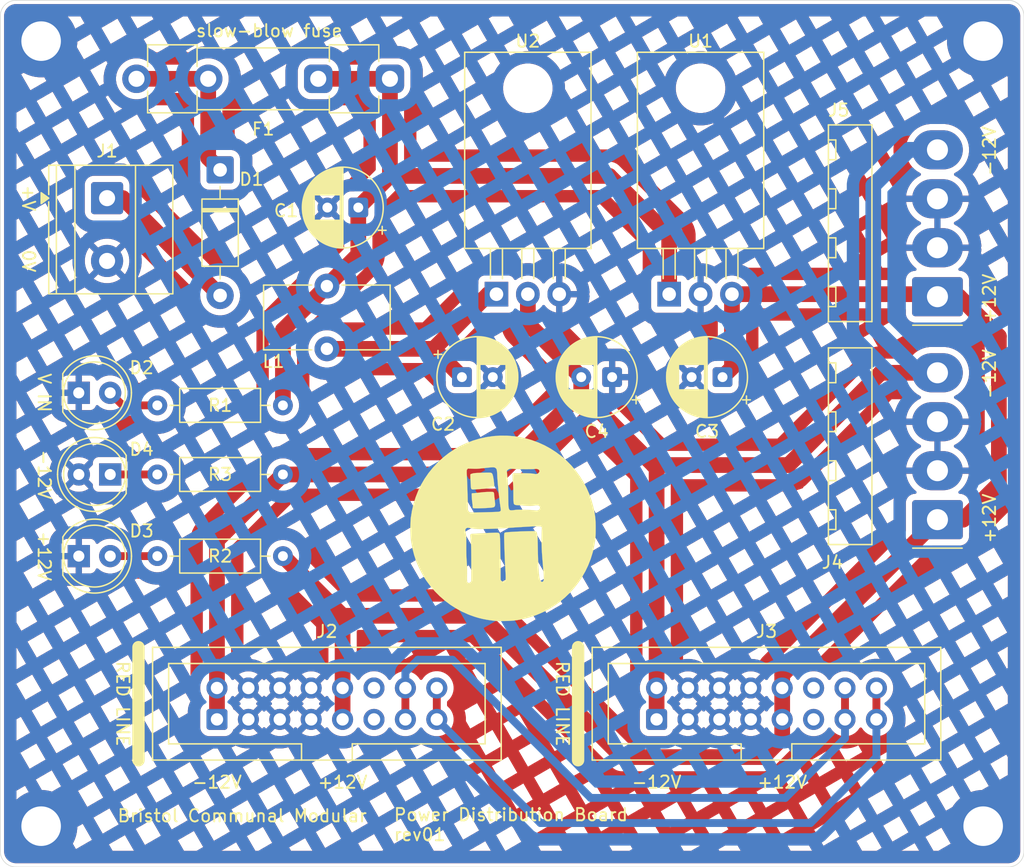
<source format=kicad_pcb>
(kicad_pcb (version 20241229) (generator "pcbnew") (generator_version "9.0")
  (title_block (title "Power Distribution Board") (date "2025-08-01") (rev "rev01") (company "Bristol Communal Modular") (comment 2 "creativecommons.org/licenses/by/4.0") (comment 3 "License: CC BY 4.0") (comment 4 "Author: Guy John"))
  (layers (0 "F.Cu" signal) (2 "B.Cu" signal) (5 "F.SilkS" user "F.Silkscreen") (7 "B.SilkS" user "B.Silkscreen") (1 "F.Mask" user) (3 "B.Mask" user) (25 "Edge.Cuts" user))
  (net 0 "")
  (net 1 "GND")
  (net 2 "VCC")
  (net 3 "/power_filtered")
  (net 4 "+12V")
  (net 5 "-12V")
  (net 6 "/power_in_diode")
  (net 7 "/power_in_raw")
  (net 8 "Net-(D2-A)")
  (net 9 "Net-(D3-A)")
  (net 10 "/eurorack_gate_bus")
  (net 12 "/eurorack_cv_bus")
  (net 16 "Net-(D4-K)")
  (footprint "Resistor_THT:R_Axial_DIN0207_L6.3mm_D2.5mm_P10.16mm_Horizontal" (layer "F.Cu") (at 72.898 98.552)
    (property "Reference" "R3" (at 5.08 0 0) (layer "F.SilkS"))
    (property "Value" "10k")
    (pad "1" thru_hole circle (at 0 0) (size 1.6 1.6) (drill 0.8) (layers "*.Cu" "*.Mask") (net 16 "Net-(D4-K)"))
    (pad "2" thru_hole circle (at 10.16 0) (size 1.6 1.6) (drill 0.8) (layers "*.Cu" "*.Mask") (net 5 "-12V"))
  )
  (footprint "Fuse:Fuseholder_Clip-5x20mm_Littelfuse_520_Inline_P20.50x5.80mm_D1.30mm_Horizontal" (layer "F.Cu") (at 91.714 66.548 180)
    (property "Reference" "F1" (at 10.25 -4.064 180) (layer "F.SilkS"))
    (property "Value" "Fuse")
    (pad "1" thru_hole roundrect (at 0 0 180) (size 2.3 2.3) (drill 1.3) (layers "*.Cu" "*.Mask") (net 2 "VCC"))
    (pad "1" thru_hole roundrect (at 5.8 0 180) (size 2.3 2.3) (drill 1.3) (layers "*.Cu" "*.Mask") (net 2 "VCC"))
    (pad "2" thru_hole circle (at 14.7 0 180) (size 2.3 2.3) (drill 1.3) (layers "*.Cu" "*.Mask") (net 6 "/power_in_diode"))
    (pad "2" thru_hole circle (at 20.5 0 180) (size 2.3 2.3) (drill 1.3) (layers "*.Cu" "*.Mask") (net 6 "/power_in_diode"))
  )
  (footprint "TerminalBlock_Phoenix:TerminalBlock_Phoenix_MKDS-1,5-2-5.08_1x02_P5.08mm_Horizontal" (layer "F.Cu") (at 68.834 76.2 -90)
    (property "Reference" "J1" (at -3.81 0 180) (layer "F.SilkS"))
    (property "Value" "Screw_Terminal_01x02" (hide yes))
    (pad "1" thru_hole roundrect (at 0 0 270) (size 2.6 2.6) (drill 1.3) (layers "*.Cu" "*.Mask") (roundrect_rratio 0.096154) (net 7 "/power_in_raw"))
    (pad "2" thru_hole circle (at 5.08 0 270) (size 2.6 2.6) (drill 1.3) (layers "*.Cu" "*.Mask") (net 1 "GND"))
  )
  (footprint "LED_THT:LED_D5.0mm" (layer "F.Cu") (at 66.548 105.156)
    (property "Reference" "D3" (at 5.08 -2.032 0) (layer "F.SilkS"))
    (property "Value" "LED" (hide yes))
    (pad "1" thru_hole rect (at 0 0) (size 1.8 1.8) (drill 0.9) (layers "*.Cu" "*.Mask") (net 1 "GND"))
    (pad "2" thru_hole circle (at 2.54 0) (size 1.8 1.8) (drill 0.9) (layers "*.Cu" "*.Mask") (net 9 "Net-(D3-A)"))
  )
  (footprint "Resistor_THT:R_Axial_DIN0207_L6.3mm_D2.5mm_P10.16mm_Horizontal" (layer "F.Cu") (at 83.058 92.964 180)
    (property "Reference" "R1" (at 5.08 0 0) (layer "F.SilkS"))
    (property "Value" "20k")
    (pad "1" thru_hole circle (at 0 0 180) (size 1.6 1.6) (drill 0.8) (layers "*.Cu" "*.Mask") (net 2 "VCC"))
    (pad "2" thru_hole circle (at 10.16 0 180) (size 1.6 1.6) (drill 0.8) (layers "*.Cu" "*.Mask") (net 8 "Net-(D2-A)"))
  )
  (footprint "BCM_Graphics:BCM_Logo_small_15mmx15mm" (layer "F.Cu") (at 100.838 102.87)
    (property "Reference" "Ref**" (hide yes))
    (property "Value" "Val**" (hide yes))
  )
  (footprint "Capacitor_THT:CP_Radial_D6.3mm_P2.50mm" (layer "F.Cu") (at 118.618 90.678 180)
    (property "Reference" "C3" (at 1.25 -4.4 0) (layer "F.SilkS"))
    (property "Value" "22uF")
    (pad "1" thru_hole roundrect (at 0 0 180) (size 1.6 1.6) (drill 0.8) (layers "*.Cu" "*.Mask") (roundrect_rratio 0.15625) (net 4 "+12V"))
    (pad "2" thru_hole circle (at 2.5 0 180) (size 1.6 1.6) (drill 0.8) (layers "*.Cu" "*.Mask") (net 1 "GND"))
  )
  (footprint "Inductor_THT:L_Toroid_Vertical_L10.0mm_W5.0mm_P5.08mm" (layer "F.Cu") (at 86.614 83.312)
    (property "Reference" "L1" (at -4.318 6.096 0) (layer "F.SilkS"))
    (property "Value" "10uH")
    (pad "1" thru_hole circle (at 0 0) (size 2 2) (drill 1) (layers "*.Cu" "*.Mask") (net 2 "VCC"))
    (pad "2" thru_hole circle (at 0 5.08) (size 2 2) (drill 1) (layers "*.Cu" "*.Mask") (net 3 "/power_filtered"))
  )
  (footprint "Connector_Molex:Molex_KK-396_A-41792-0004_1x04_P3.96mm_Horizontal" (layer "F.Cu") (at 136.002 102.206 90)
    (property "Reference" "J4" (at -3.458 -8.494 180) (layer "F.SilkS"))
    (property "Value" "Conn_01x04" (hide yes))
    (pad "1" thru_hole roundrect (at 0 0 90) (size 3.16 4.1) (drill 1.7) (layers "*.Cu" "*.Mask") (roundrect_rratio 0.079114) (net 4 "+12V"))
    (pad "2" thru_hole oval (at 3.96 0 90) (size 3.16 4.1) (drill 1.7) (layers "*.Cu" "*.Mask") (net 1 "GND"))
    (pad "3" thru_hole oval (at 7.92 0 90) (size 3.16 4.1) (drill 1.7) (layers "*.Cu" "*.Mask") (net 1 "GND"))
    (pad "4" thru_hole oval (at 11.88 0 90) (size 3.16 4.1) (drill 1.7) (layers "*.Cu" "*.Mask") (net 5 "-12V"))
  )
  (footprint "Connector_Molex:Molex_KK-396_A-41792-0004_1x04_P3.96mm_Horizontal" (layer "F.Cu") (at 136.002 84.172 90)
    (property "Reference" "J5" (at 15.084 -7.986 180) (layer "F.SilkS"))
    (property "Value" "Conn_01x04" (hide yes))
    (pad "1" thru_hole roundrect (at 0 0 90) (size 3.16 4.1) (drill 1.7) (layers "*.Cu" "*.Mask") (roundrect_rratio 0.079114) (net 4 "+12V"))
    (pad "2" thru_hole oval (at 3.96 0 90) (size 3.16 4.1) (drill 1.7) (layers "*.Cu" "*.Mask") (net 1 "GND"))
    (pad "3" thru_hole oval (at 7.92 0 90) (size 3.16 4.1) (drill 1.7) (layers "*.Cu" "*.Mask") (net 1 "GND"))
    (pad "4" thru_hole oval (at 11.88 0 90) (size 3.16 4.1) (drill 1.7) (layers "*.Cu" "*.Mask") (net 5 "-12V"))
  )
  (footprint "Package_TO_SOT_THT:TO-220-3_Horizontal_TabDown" (layer "F.Cu") (at 114.3 83.97)
    (property "Reference" "U1" (at 2.54 -20.47 0) (layer "F.SilkS"))
    (property "Value" "N7812")
    (pad "" np_thru_hole circle (at 2.54 -16.66) (size 3.5 3.5) (drill 3.5) (layers "*.Cu" "*.Mask"))
    (pad "1" thru_hole rect (at 0 0) (size 1.905 2) (drill 1.1) (layers "*.Cu" "*.Mask") (net 2 "VCC"))
    (pad "2" thru_hole oval (at 2.54 0) (size 1.905 2) (drill 1.1) (layers "*.Cu" "*.Mask") (net 1 "GND"))
    (pad "3" thru_hole oval (at 5.08 0) (size 1.905 2) (drill 1.1) (layers "*.Cu" "*.Mask") (net 4 "+12V"))
  )
  (footprint "Resistor_THT:R_Axial_DIN0207_L6.3mm_D2.5mm_P10.16mm_Horizontal" (layer "F.Cu") (at 83.058 105.156 180)
    (property "Reference" "R2" (at 5.08 0 0) (layer "F.SilkS"))
    (property "Value" "10k")
    (pad "1" thru_hole circle (at 0 0 180) (size 1.6 1.6) (drill 0.8) (layers "*.Cu" "*.Mask") (net 4 "+12V"))
    (pad "2" thru_hole circle (at 10.16 0 180) (size 1.6 1.6) (drill 0.8) (layers "*.Cu" "*.Mask") (net 9 "Net-(D3-A)"))
  )
  (footprint "Capacitor_THT:CP_Radial_D6.3mm_P2.50mm" (layer "F.Cu") (at 97.536 90.678)
    (property "Reference" "C2" (at -1.524 3.81 180) (layer "F.SilkS"))
    (property "Value" "10uF")
    (pad "1" thru_hole roundrect (at 0 0) (size 1.6 1.6) (drill 0.8) (layers "*.Cu" "*.Mask") (roundrect_rratio 0.15625) (net 3 "/power_filtered"))
    (pad "2" thru_hole circle (at 2.5 0) (size 1.6 1.6) (drill 0.8) (layers "*.Cu" "*.Mask") (net 1 "GND"))
  )
  (footprint "Rumblesan_Eurorack_Power:Eurorack_Power_IDC-Header_2x08_P2.54mm_Vertical" (layer "F.Cu") (at 77.724 118.364 90)
    (property "Reference" "J2" (at 7.112 8.89 0) (layer "F.SilkS"))
    (property "Value" "Conn_02x08_Odd_Even" (hide yes))
    (fp_text user "+12V" (at -5.08 10.16 0) (layer "F.SilkS"))
    (fp_text user "RED LINE" (at 1.27 -7.62 270) (layer "F.SilkS"))
    (fp_text user "-12V" (at -5.08 0 0) (layer "F.SilkS"))
    (pad "1" thru_hole roundrect (at 0 0 90) (size 1.7 1.7) (drill 1) (layers "*.Cu" "*.Mask") (roundrect_rratio 0.147059) (net 5 "-12V"))
    (pad "2" thru_hole circle (at 2.54 0 90) (size 1.7 1.7) (drill 1) (layers "*.Cu" "*.Mask") (net 5 "-12V"))
    (pad "3" thru_hole circle (at 0 2.54 90) (size 1.7 1.7) (drill 1) (layers "*.Cu" "*.Mask") (net 1 "GND"))
    (pad "4" thru_hole circle (at 2.54 2.54 90) (size 1.7 1.7) (drill 1) (layers "*.Cu" "*.Mask") (net 1 "GND"))
    (pad "5" thru_hole circle (at 0 5.08 90) (size 1.7 1.7) (drill 1) (layers "*.Cu" "*.Mask") (net 1 "GND"))
    (pad "6" thru_hole circle (at 2.54 5.08 90) (size 1.7 1.7) (drill 1) (layers "*.Cu" "*.Mask") (net 1 "GND"))
    (pad "7" thru_hole circle (at 0 7.62 90) (size 1.7 1.7) (drill 1) (layers "*.Cu" "*.Mask") (net 1 "GND"))
    (pad "8" thru_hole circle (at 2.54 7.62 90) (size 1.7 1.7) (drill 1) (layers "*.Cu" "*.Mask") (net 1 "GND"))
    (pad "9" thru_hole circle (at 0 10.16 90) (size 1.7 1.7) (drill 1) (layers "*.Cu" "*.Mask") (net 4 "+12V"))
    (pad "10" thru_hole circle (at 2.54 10.16 90) (size 1.7 1.7) (drill 1) (layers "*.Cu" "*.Mask") (net 4 "+12V"))
    (pad "11" thru_hole circle (at 0 12.7 90) (size 1.7 1.7) (drill 1) (layers "*.Cu" "*.Mask"))
    (pad "12" thru_hole circle (at 2.54 12.7 90) (size 1.7 1.7) (drill 1) (layers "*.Cu" "*.Mask"))
    (pad "13" thru_hole circle (at 0 15.24 90) (size 1.7 1.7) (drill 1) (layers "*.Cu" "*.Mask") (net 12 "/eurorack_cv_bus"))
    (pad "14" thru_hole circle (at 2.54 15.24 90) (size 1.7 1.7) (drill 1) (layers "*.Cu" "*.Mask") (net 12 "/eurorack_cv_bus"))
    (pad "15" thru_hole circle (at 0 17.78 90) (size 1.7 1.7) (drill 1) (layers "*.Cu" "*.Mask") (net 10 "/eurorack_gate_bus"))
    (pad "16" thru_hole circle (at 2.54 17.78 90) (size 1.7 1.7) (drill 1) (layers "*.Cu" "*.Mask") (net 10 "/eurorack_gate_bus"))
  )
  (footprint "Capacitor_THT:CP_Radial_D6.3mm_P2.50mm" (layer "F.Cu") (at 109.688 90.678 180)
    (property "Reference" "C4" (at 1.25 -4.4 0) (layer "F.SilkS"))
    (property "Value" "22uF")
    (pad "1" thru_hole roundrect (at 0 0 180) (size 1.6 1.6) (drill 0.8) (layers "*.Cu" "*.Mask") (roundrect_rratio 0.15625) (net 1 "GND"))
    (pad "2" thru_hole circle (at 2.5 0 180) (size 1.6 1.6) (drill 0.8) (layers "*.Cu" "*.Mask") (net 5 "-12V"))
  )
  (footprint "MountingHole:MountingHole_3.2mm_M3_DIN965_Pad" (layer "F.Cu") (at 63.5 63.5)
    (property "Reference" "H1" (hide yes))
    (property "Value" "MountingHole_Pad" (hide yes))
    (pad "1" thru_hole circle (at 0 0) (size 5.6 5.6) (drill 3.2) (layers "*.Cu" "*.Mask") (net 1 "GND"))
  )
  (footprint "Rumblesan_Eurorack_Power:Eurorack_Power_IDC-Header_2x08_P2.54mm_Vertical" (layer "F.Cu") (at 113.284 118.364 90)
    (property "Reference" "J3" (at 7.112 8.89 0) (layer "F.SilkS"))
    (property "Value" "Conn_02x08_Odd_Even" (hide yes))
    (fp_text user "RED LINE" (at 1.27 -7.62 270) (layer "F.SilkS"))
    (fp_text user "-12V" (at -5.08 0 0) (layer "F.SilkS"))
    (fp_text user "+12V" (at -5.08 10.16 0) (layer "F.SilkS"))
    (pad "1" thru_hole roundrect (at 0 0 90) (size 1.7 1.7) (drill 1) (layers "*.Cu" "*.Mask") (roundrect_rratio 0.147059) (net 5 "-12V"))
    (pad "2" thru_hole circle (at 2.54 0 90) (size 1.7 1.7) (drill 1) (layers "*.Cu" "*.Mask") (net 5 "-12V"))
    (pad "3" thru_hole circle (at 0 2.54 90) (size 1.7 1.7) (drill 1) (layers "*.Cu" "*.Mask") (net 1 "GND"))
    (pad "4" thru_hole circle (at 2.54 2.54 90) (size 1.7 1.7) (drill 1) (layers "*.Cu" "*.Mask") (net 1 "GND"))
    (pad "5" thru_hole circle (at 0 5.08 90) (size 1.7 1.7) (drill 1) (layers "*.Cu" "*.Mask") (net 1 "GND"))
    (pad "6" thru_hole circle (at 2.54 5.08 90) (size 1.7 1.7) (drill 1) (layers "*.Cu" "*.Mask") (net 1 "GND"))
    (pad "7" thru_hole circle (at 0 7.62 90) (size 1.7 1.7) (drill 1) (layers "*.Cu" "*.Mask") (net 1 "GND"))
    (pad "8" thru_hole circle (at 2.54 7.62 90) (size 1.7 1.7) (drill 1) (layers "*.Cu" "*.Mask") (net 1 "GND"))
    (pad "9" thru_hole circle (at 0 10.16 90) (size 1.7 1.7) (drill 1) (layers "*.Cu" "*.Mask") (net 4 "+12V"))
    (pad "10" thru_hole circle (at 2.54 10.16 90) (size 1.7 1.7) (drill 1) (layers "*.Cu" "*.Mask") (net 4 "+12V"))
    (pad "11" thru_hole circle (at 0 12.7 90) (size 1.7 1.7) (drill 1) (layers "*.Cu" "*.Mask"))
    (pad "12" thru_hole circle (at 2.54 12.7 90) (size 1.7 1.7) (drill 1) (layers "*.Cu" "*.Mask"))
    (pad "13" thru_hole circle (at 0 15.24 90) (size 1.7 1.7) (drill 1) (layers "*.Cu" "*.Mask") (net 12 "/eurorack_cv_bus"))
    (pad "14" thru_hole circle (at 2.54 15.24 90) (size 1.7 1.7) (drill 1) (layers "*.Cu" "*.Mask") (net 12 "/eurorack_cv_bus"))
    (pad "15" thru_hole circle (at 0 17.78 90) (size 1.7 1.7) (drill 1) (layers "*.Cu" "*.Mask") (net 10 "/eurorack_gate_bus"))
    (pad "16" thru_hole circle (at 2.54 17.78 90) (size 1.7 1.7) (drill 1) (layers "*.Cu" "*.Mask") (net 10 "/eurorack_gate_bus"))
  )
  (footprint "Diode_THT:D_DO-41_SOD81_P10.16mm_Horizontal" (layer "F.Cu") (at 77.978 73.914 -90)
    (property "Reference" "D1" (at 0.762 -2.54 180) (layer "F.SilkS"))
    (property "Value" "1N5818")
    (pad "1" thru_hole roundrect (at 0 0 270) (size 2.2 2.2) (drill 1.1) (layers "*.Cu" "*.Mask") (roundrect_rratio 0.113636) (net 6 "/power_in_diode"))
    (pad "2" thru_hole circle (at 10.16 0 270) (size 2.2 2.2) (drill 1.1) (layers "*.Cu" "*.Mask") (net 7 "/power_in_raw"))
  )
  (footprint "Capacitor_THT:CP_Radial_D6.3mm_P2.50mm" (layer "F.Cu") (at 89.154 76.962 180)
    (property "Reference" "C1" (at 5.842 -0.254 0) (layer "F.SilkS"))
    (property "Value" "10uF")
    (pad "1" thru_hole roundrect (at 0 0 180) (size 1.6 1.6) (drill 0.8) (layers "*.Cu" "*.Mask") (roundrect_rratio 0.15625) (net 2 "VCC"))
    (pad "2" thru_hole circle (at 2.5 0 180) (size 1.6 1.6) (drill 0.8) (layers "*.Cu" "*.Mask") (net 1 "GND"))
  )
  (footprint "Package_TO_SOT_THT:TO-220-3_Horizontal_TabDown" (layer "F.Cu") (at 100.33 83.97)
    (property "Reference" "U2" (at 2.54 -20.47 0) (layer "F.SilkS"))
    (property "Value" "N7812")
    (pad "" np_thru_hole circle (at 2.54 -16.66) (size 3.5 3.5) (drill 3.5) (layers "*.Cu" "*.Mask"))
    (pad "1" thru_hole rect (at 0 0) (size 1.905 2) (drill 1.1) (layers "*.Cu" "*.Mask") (net 3 "/power_filtered"))
    (pad "2" thru_hole oval (at 2.54 0) (size 1.905 2) (drill 1.1) (layers "*.Cu" "*.Mask") (net 5 "-12V"))
    (pad "3" thru_hole oval (at 5.08 0) (size 1.905 2) (drill 1.1) (layers "*.Cu" "*.Mask") (net 1 "GND"))
  )
  (footprint "MountingHole:MountingHole_3.2mm_M3_DIN965_Pad" (layer "F.Cu") (at 63.5 127)
    (property "Reference" "H2" (hide yes))
    (property "Value" "MountingHole_Pad" (hide yes))
    (pad "1" thru_hole circle (at 0 0) (size 5.6 5.6) (drill 3.2) (layers "*.Cu" "*.Mask") (net 1 "GND"))
  )
  (footprint "LED_THT:LED_D5.0mm" (layer "F.Cu") (at 66.543 91.948)
    (property "Reference" "D2" (at 5.085 -2.032 0) (layer "F.SilkS"))
    (property "Value" "LED" (hide yes))
    (pad "1" thru_hole rect (at 0 0) (size 1.8 1.8) (drill 0.9) (layers "*.Cu" "*.Mask") (net 1 "GND"))
    (pad "2" thru_hole circle (at 2.54 0) (size 1.8 1.8) (drill 0.9) (layers "*.Cu" "*.Mask") (net 8 "Net-(D2-A)"))
  )
  (footprint "MountingHole:MountingHole_3.2mm_M3_DIN965_Pad" (layer "F.Cu") (at 139.7 127)
    (property "Reference" "H4" (hide yes))
    (property "Value" "MountingHole_Pad" (hide yes))
    (pad "1" thru_hole circle (at 0 0) (size 5.6 5.6) (drill 3.2) (layers "*.Cu" "*.Mask") (net 1 "GND"))
  )
  (footprint "LED_THT:LED_D5.0mm" (layer "F.Cu") (at 69.088 98.552 180)
    (property "Reference" "D4" (at -2.54 2.032 0) (layer "F.SilkS"))
    (property "Value" "LED" (hide yes))
    (pad "1" thru_hole rect (at 0 0 180) (size 1.8 1.8) (drill 0.9) (layers "*.Cu" "*.Mask") (net 16 "Net-(D4-K)"))
    (pad "2" thru_hole circle (at 2.54 0 180) (size 1.8 1.8) (drill 0.9) (layers "*.Cu" "*.Mask") (net 1 "GND"))
  )
  (footprint "MountingHole:MountingHole_3.2mm_M3_DIN965_Pad" (layer "F.Cu") (at 139.7 63.5)
    (property "Reference" "H3" (hide yes))
    (property "Value" "MountingHole_Pad" (hide yes))
    (pad "1" thru_hole circle (at 0 0) (size 5.6 5.6) (drill 3.2) (layers "*.Cu" "*.Mask") (net 1 "GND"))
  )
  (gr_arc (start 60.198001 61.468001) (mid 60.569975 60.569975) (end 61.468001 60.198001) (stroke (width 0.05)) (layer "Edge.Cuts"))
  (gr_line (start 60.198 129.032) (end 60.198002 61.468001) (stroke (width 0.05)) (layer "Edge.Cuts"))
  (gr_arc (start 61.468001 130.302) (mid 60.569975 129.930026) (end 60.198001 129.032) (stroke (width 0.05)) (layer "Edge.Cuts"))
  (gr_line (start 141.731999 130.301999) (end 61.468001 130.302) (stroke (width 0.05)) (layer "Edge.Cuts"))
  (gr_arc (start 141.732 60.198) (mid 142.630026 60.569974) (end 143.002 61.468) (stroke (width 0.05)) (layer "Edge.Cuts"))
  (gr_line (start 61.468001 60.198002) (end 141.732 60.198) (stroke (width 0.05)) (layer "Edge.Cuts"))
  (gr_arc (start 143.001999 129.031999) (mid 142.630025 129.930025) (end 141.731999 130.301999) (stroke (width 0.05)) (layer "Edge.Cuts"))
  (gr_line (start 143.002 61.468) (end 143.001998 129.031999) (stroke (width 0.05)) (layer "Edge.Cuts"))
  (gr_text "-12V" (at 140.208 90.424 90) (layer "F.SilkS") (effects (font (size 1 1))))
  (gr_text "slow-blow fuse" (at 75.946 63.246 0) (layer "F.SilkS") (effects (font (size 1 1)) (justify left bottom)))
  (gr_text "${TITLE}\n${REVISION}" (at 91.948 128.27 0) (layer "F.SilkS") (effects (font (size 1 1)) (justify left bottom)))
  (gr_text "-12V" (at 63.754 98.552 270) (layer "F.SilkS") (effects (font (size 1 1))))
  (gr_text "0V" (at 62.484 81.28 270) (layer "F.SilkS") (effects (font (size 1 1))))
  (gr_text "+12V" (at 140.208 102.108 90) (layer "F.SilkS") (effects (font (size 1 1))))
  (gr_text "+V" (at 62.484 76.2 270) (layer "F.SilkS") (effects (font (size 1 1))))
  (gr_text "V IN" (at 63.754 91.948 270) (layer "F.SilkS") (effects (font (size 1 1))))
  (gr_text "+12V" (at 140.208 84.328 90) (layer "F.SilkS") (effects (font (size 1 1))))
  (gr_text "+12V" (at 63.754 105.156 270) (layer "F.SilkS") (effects (font (size 1 1))))
  (gr_text "-12V" (at 140.208 72.39 90) (layer "F.SilkS") (effects (font (size 1 1))))
  (gr_text "${COMPANY}" (at 69.596 126.746 0) (layer "F.SilkS") (effects (font (size 1 1)) (justify left bottom)))
  (segment (start 91.714 74.402) (end 89.154 76.962) (width 1.27) (layer "F.Cu") (net 2))
  (segment (start 91.714 66.548) (end 91.714 74.402) (width 1.27) (layer "F.Cu") (net 2))
  (segment (start 83.058 86.868) (end 86.614 83.312) (width 1.27) (layer "F.Cu") (net 2))
  (segment (start 114.3 79.248) (end 114.3 83.97) (width 1.27) (layer "F.Cu") (net 2))
  (segment (start 83.058 92.964) (end 83.058 86.868) (width 1.27) (layer "F.Cu") (net 2))
  (segment (start 86.614 83.312) (end 89.154 80.772) (width 1.27) (layer "F.Cu") (net 2))
  (segment (start 85.914 66.548) (end 91.714 66.548) (width 1.27) (layer "F.Cu") (net 2))
  (segment (start 109.454 74.402) (end 114.3 79.248) (width 1.27) (layer "F.Cu") (net 2))
  (segment (start 89.154 80.772) (end 89.154 76.962) (width 1.27) (layer "F.Cu") (net 2))
  (segment (start 91.714 74.402) (end 109.454 74.402) (width 1.27) (layer "F.Cu") (net 2))
  (segment (start 100.33 83.97) (end 99.672 83.97) (width 1.27) (layer "F.Cu") (net 3))
  (segment (start 95.25 88.392) (end 97.536 90.678) (width 1.27) (layer "F.Cu") (net 3))
  (segment (start 99.672 83.97) (end 95.25 88.392) (width 1.27) (layer "F.Cu") (net 3))
  (segment (start 86.614 88.392) (end 95.25 88.392) (width 1.27) (layer "F.Cu") (net 3))
  (segment (start 123.444 119.888) (end 121.92 121.412) (width 1.27) (layer "F.Cu") (net 4))
  (segment (start 119.38 83.97) (end 135.8 83.97) (width 1.27) (layer "F.Cu") (net 4))
  (segment (start 87.884 109.982) (end 87.884 115.824) (width 1.27) (layer "F.Cu") (net 4))
  (segment (start 110.49 121.412) (end 99.06 109.982) (width 1.27) (layer "F.Cu") (net 4))
  (segment (start 140.97 87.376) (end 140.97 99.314) (width 1.27) (layer "F.Cu") (net 4))
  (segment (start 140.97 99.314) (end 138.078 102.206) (width 1.27) (layer "F.Cu") (net 4))
  (segment (start 135.8 83.97) (end 136.002 84.172) (width 1.27) (layer "F.Cu") (net 4))
  (segment (start 123.444 118.364) (end 123.444 119.888) (width 1.27) (layer "F.Cu") (net 4))
  (segment (start 119.38 83.97) (end 119.38 89.916) (width 1.27) (layer "F.Cu") (net 4))
  (segment (start 121.92 121.412) (end 110.49 121.412) (width 1.27) (layer "F.Cu") (net 4))
  (segment (start 138.078 102.206) (end 136.002 102.206) (width 1.27) (layer "F.Cu") (net 4))
  (segment (start 136.002 102.206) (end 123.444 114.764) (width 1.27) (layer "F.Cu") (net 4))
  (segment (start 123.444 114.764) (end 123.444 115.824) (width 1.27) (layer "F.Cu") (net 4))
  (segment (start 123.444 118.364) (end 123.444 115.824) (width 1.27) (layer "F.Cu") (net 4))
  (segment (start 99.06 109.982) (end 87.884 109.982) (width 1.27) (layer "F.Cu") (net 4))
  (segment (start 87.884 118.364) (end 87.884 115.824) (width 1.27) (layer "F.Cu") (net 4))
  (segment (start 136.002 84.172) (end 137.766 84.172) (width 1.27) (layer "F.Cu") (net 4))
  (segment (start 137.766 84.172) (end 140.97 87.376) (width 1.27) (layer "F.Cu") (net 4))
  (segment (start 83.058 105.156) (end 87.884 109.982) (width 1.27) (layer "F.Cu") (net 4))
  (segment (start 119.38 89.916) (end 118.618 90.678) (width 1.27) (layer "F.Cu") (net 4))
  (segment (start 77.724 118.364) (end 77.724 115.824) (width 1.27) (layer "F.Cu") (net 5))
  (segment (start 113.284 115.824) (end 113.284 118.364) (width 1.27) (layer "F.Cu") (net 5))
  (segment (start 113.284 98.044) (end 113.03 97.79) (width 1.27) (layer "F.Cu") (net 5))
  (segment (start 107.188 90.678) (end 107.188 91.948) (width 1.27) (layer "F.Cu") (net 5))
  (segment (start 77.724 103.886) (end 83.058 98.552) (width 1.27) (layer "F.Cu") (net 5))
  (segment (start 102.87 86.36) (end 107.188 90.678) (width 1.27) (layer "F.Cu") (net 5))
  (segment (start 102.87 83.97) (end 102.87 86.36) (width 1.27) (layer "F.Cu") (net 5))
  (segment (start 113.284 115.824) (end 113.284 98.044) (width 1.27) (layer "F.Cu") (net 5))
  (segment (start 77.724 115.824) (end 77.724 103.886) (width 1.27) (layer "F.Cu") (net 5))
  (segment (start 123.952 97.79) (end 131.416 90.326) (width 1.27) (layer "F.Cu") (net 5))
  (segment (start 83.058 98.552) (end 100.584 98.552) (width 1.27) (layer "F.Cu") (net 5))
  (segment (start 113.03 97.79) (end 123.952 97.79) (width 1.27) (layer "F.Cu") (net 5))
  (segment (start 131.416 90.326) (end 136.002 90.326) (width 1.27) (layer "F.Cu") (net 5))
  (segment (start 107.188 91.948) (end 113.03 97.79) (width 1.27) (layer "F.Cu") (net 5))
  (segment (start 100.584 98.552) (end 107.188 91.948) (width 1.27) (layer "F.Cu") (net 5))
  (segment (start 130.81 75.184) (end 133.702 72.292) (width 1.27) (layer "B.Cu") (net 5))
  (segment (start 136.002 90.326) (end 134.522 90.326) (width 1.27) (layer "B.Cu") (net 5))
  (segment (start 130.81 86.614) (end 130.81 75.184) (width 1.27) (layer "B.Cu") (net 5))
  (segment (start 133.702 72.292) (end 136.002 72.292) (width 1.27) (layer "B.Cu") (net 5))
  (segment (start 134.522 90.326) (end 130.81 86.614) (width 1.27) (layer "B.Cu") (net 5))
  (segment (start 71.214 66.548) (end 77.014 66.548) (width 1.27) (layer "F.Cu") (net 6))
  (segment (start 77.014 66.548) (end 77.014 72.95) (width 1.27) (layer "F.Cu") (net 6))
  (segment (start 77.014 72.95) (end 77.978 73.914) (width 1.27) (layer "F.Cu") (net 6))
  (segment (start 70.104 76.2) (end 77.978 84.074) (width 1.27) (layer "F.Cu") (net 7))
  (segment (start 68.834 76.2) (end 70.104 76.2) (width 1.27) (layer "F.Cu") (net 7))
  (segment (start 72.898 92.964) (end 70.099 92.964) (width 0.635) (layer "F.Cu") (net 8))
  (segment (start 70.099 92.964) (end 69.083 91.948) (width 0.635) (layer "F.Cu") (net 8))
  (segment (start 72.898 105.156) (end 69.088 105.156) (width 0.635) (layer "F.Cu") (net 9))
  (segment (start 95.504 118.364) (end 95.504 115.824) (width 0.635) (layer "F.Cu") (net 10))
  (segment (start 131.064 118.364) (end 131.064 115.824) (width 0.635) (layer "F.Cu") (net 10))
  (segment (start 95.504 118.364) (end 103.886 126.746) (width 0.635) (layer "B.Cu") (net 10))
  (segment (start 125.73 126.746) (end 131.064 121.412) (width 0.635) (layer "B.Cu") (net 10))
  (segment (start 131.064 121.412) (end 131.064 118.364) (width 0.635) (layer "B.Cu") (net 10))
  (segment (start 103.886 126.746) (end 125.73 126.746) (width 0.635) (layer "B.Cu") (net 10))
  (segment (start 92.964 118.364) (end 92.964 115.824) (width 0.635) (layer "F.Cu") (net 12))
  (segment (start 128.524 118.364) (end 128.524 115.824) (width 0.635) (layer "F.Cu") (net 12))
  (segment (start 128.524 119.888) (end 128.524 118.364) (width 0.635) (layer "B.Cu") (net 12))
  (segment (start 92.964 115.824) (end 92.964 114.554) (width 0.635) (layer "B.Cu") (net 12))
  (segment (start 93.98 113.538) (end 96.774 113.538) (width 0.635) (layer "B.Cu") (net 12))
  (segment (start 96.774 113.538) (end 107.95 124.714) (width 0.635) (layer "B.Cu") (net 12))
  (segment (start 92.964 114.554) (end 93.98 113.538) (width 0.635) (layer "B.Cu") (net 12))
  (segment (start 107.95 124.714) (end 123.698 124.714) (width 0.635) (layer "B.Cu") (net 12))
  (segment (start 123.698 124.714) (end 128.524 119.888) (width 0.635) (layer "B.Cu") (net 12))
  (segment (start 72.898 98.552) (end 69.088 98.552) (width 0.635) (layer "F.Cu") (net 16))
  (zone (net 1) (net_name "GND") (layers "F.Cu" "B.Cu") (connect_pads (clearance 0.508)) (min_thickness 0.25) (fill yes (mode hatch) (thermal_gap 0.5) (thermal_bridge_width 0.5) (hatch_thickness 1) (hatch_gap 1.5) (hatch_orientation 30) (hatch_border_algorithm hatch_thickness) (hatch_min_hole_area 0.3))
    (polygon (pts (xy 60.198 60.198) (xy 143.002 60.198) (xy 143.002 130.302) (xy 60.198 130.302)))
  )
)
</source>
